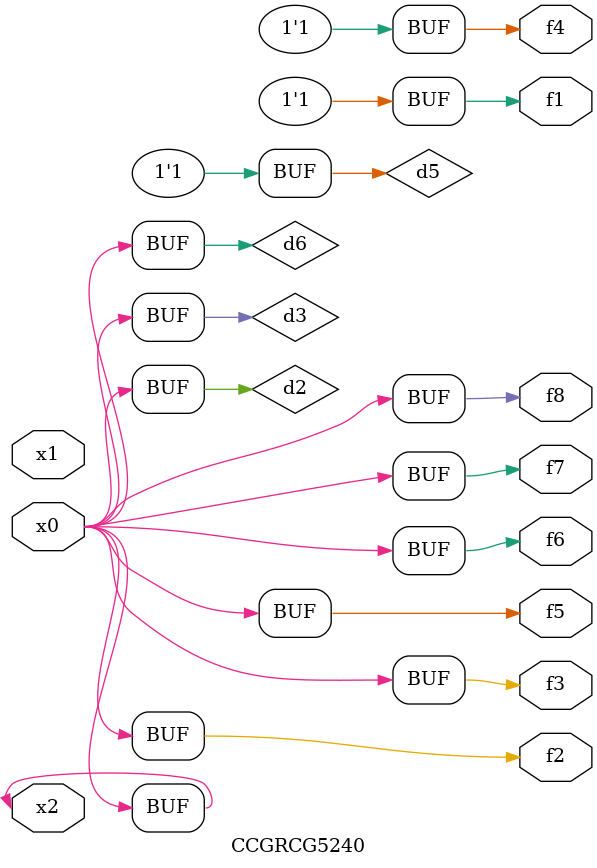
<source format=v>
module CCGRCG5240(
	input x0, x1, x2,
	output f1, f2, f3, f4, f5, f6, f7, f8
);

	wire d1, d2, d3, d4, d5, d6;

	xnor (d1, x2);
	buf (d2, x0, x2);
	and (d3, x0);
	xnor (d4, x1, x2);
	nand (d5, d1, d3);
	buf (d6, d2, d3);
	assign f1 = d5;
	assign f2 = d6;
	assign f3 = d6;
	assign f4 = d5;
	assign f5 = d6;
	assign f6 = d6;
	assign f7 = d6;
	assign f8 = d6;
endmodule

</source>
